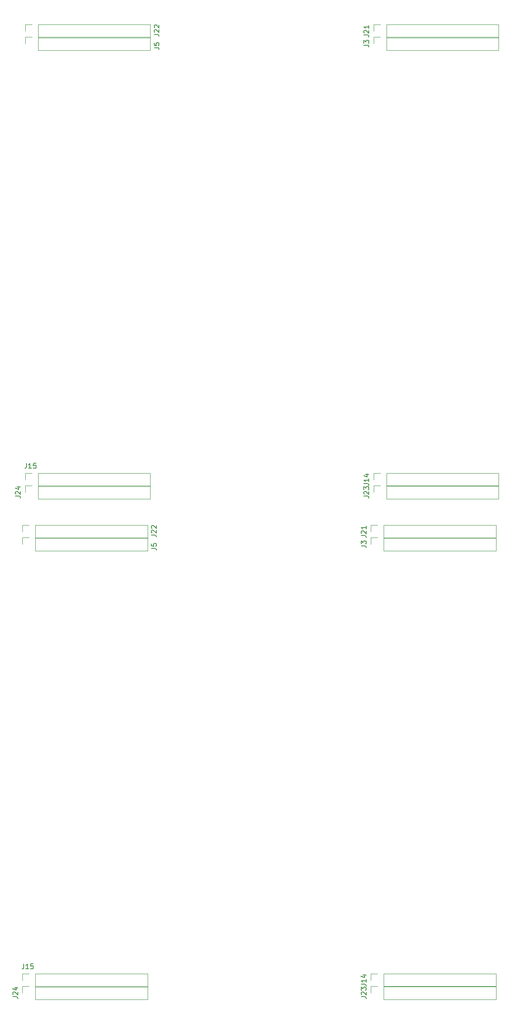
<source format=gbr>
%TF.GenerationSoftware,KiCad,Pcbnew,6.0.7-f9a2dced07~116~ubuntu20.04.1*%
%TF.CreationDate,2022-11-23T13:07:14+01:00*%
%TF.ProjectId,board,626f6172-642e-46b6-9963-61645f706362,rev?*%
%TF.SameCoordinates,Original*%
%TF.FileFunction,Legend,Top*%
%TF.FilePolarity,Positive*%
%FSLAX46Y46*%
G04 Gerber Fmt 4.6, Leading zero omitted, Abs format (unit mm)*
G04 Created by KiCad (PCBNEW 6.0.7-f9a2dced07~116~ubuntu20.04.1) date 2022-11-23 13:07:14*
%MOMM*%
%LPD*%
G01*
G04 APERTURE LIST*
%ADD10C,0.150000*%
%ADD11C,0.120000*%
G04 APERTURE END LIST*
D10*
%TO.C,J24*%
X257592380Y-123315523D02*
X258306666Y-123315523D01*
X258449523Y-123363142D01*
X258544761Y-123458380D01*
X258592380Y-123601238D01*
X258592380Y-123696476D01*
X257687619Y-122886952D02*
X257640000Y-122839333D01*
X257592380Y-122744095D01*
X257592380Y-122506000D01*
X257640000Y-122410761D01*
X257687619Y-122363142D01*
X257782857Y-122315523D01*
X257878095Y-122315523D01*
X258020952Y-122363142D01*
X258592380Y-122934571D01*
X258592380Y-122315523D01*
X257925714Y-121458380D02*
X258592380Y-121458380D01*
X257544761Y-121696476D02*
X258259047Y-121934571D01*
X258259047Y-121315523D01*
%TO.C,J22*%
X285329380Y-131238523D02*
X286043666Y-131238523D01*
X286186523Y-131286142D01*
X286281761Y-131381380D01*
X286329380Y-131524238D01*
X286329380Y-131619476D01*
X285424619Y-130809952D02*
X285377000Y-130762333D01*
X285329380Y-130667095D01*
X285329380Y-130429000D01*
X285377000Y-130333761D01*
X285424619Y-130286142D01*
X285519857Y-130238523D01*
X285615095Y-130238523D01*
X285757952Y-130286142D01*
X286329380Y-130857571D01*
X286329380Y-130238523D01*
X285424619Y-129857571D02*
X285377000Y-129809952D01*
X285329380Y-129714714D01*
X285329380Y-129476619D01*
X285377000Y-129381380D01*
X285424619Y-129333761D01*
X285519857Y-129286142D01*
X285615095Y-129286142D01*
X285757952Y-129333761D01*
X286329380Y-129905190D01*
X286329380Y-129286142D01*
%TO.C,J23*%
X328712380Y-123315523D02*
X329426666Y-123315523D01*
X329569523Y-123363142D01*
X329664761Y-123458380D01*
X329712380Y-123601238D01*
X329712380Y-123696476D01*
X328807619Y-122886952D02*
X328760000Y-122839333D01*
X328712380Y-122744095D01*
X328712380Y-122506000D01*
X328760000Y-122410761D01*
X328807619Y-122363142D01*
X328902857Y-122315523D01*
X328998095Y-122315523D01*
X329140952Y-122363142D01*
X329712380Y-122934571D01*
X329712380Y-122315523D01*
X328712380Y-121982190D02*
X328712380Y-121363142D01*
X329093333Y-121696476D01*
X329093333Y-121553619D01*
X329140952Y-121458380D01*
X329188571Y-121410761D01*
X329283809Y-121363142D01*
X329521904Y-121363142D01*
X329617142Y-121410761D01*
X329664761Y-121458380D01*
X329712380Y-121553619D01*
X329712380Y-121839333D01*
X329664761Y-121934571D01*
X329617142Y-121982190D01*
%TO.C,J21*%
X328712380Y-29335523D02*
X329426666Y-29335523D01*
X329569523Y-29383142D01*
X329664761Y-29478380D01*
X329712380Y-29621238D01*
X329712380Y-29716476D01*
X328807619Y-28906952D02*
X328760000Y-28859333D01*
X328712380Y-28764095D01*
X328712380Y-28526000D01*
X328760000Y-28430761D01*
X328807619Y-28383142D01*
X328902857Y-28335523D01*
X328998095Y-28335523D01*
X329140952Y-28383142D01*
X329712380Y-28954571D01*
X329712380Y-28335523D01*
X329712380Y-27383142D02*
X329712380Y-27954571D01*
X329712380Y-27668857D02*
X328712380Y-27668857D01*
X328855238Y-27764095D01*
X328950476Y-27859333D01*
X328998095Y-27954571D01*
%TO.C,J23*%
X328152380Y-225345523D02*
X328866666Y-225345523D01*
X329009523Y-225393142D01*
X329104761Y-225488380D01*
X329152380Y-225631238D01*
X329152380Y-225726476D01*
X328247619Y-224916952D02*
X328200000Y-224869333D01*
X328152380Y-224774095D01*
X328152380Y-224536000D01*
X328200000Y-224440761D01*
X328247619Y-224393142D01*
X328342857Y-224345523D01*
X328438095Y-224345523D01*
X328580952Y-224393142D01*
X329152380Y-224964571D01*
X329152380Y-224345523D01*
X328152380Y-224012190D02*
X328152380Y-223393142D01*
X328533333Y-223726476D01*
X328533333Y-223583619D01*
X328580952Y-223488380D01*
X328628571Y-223440761D01*
X328723809Y-223393142D01*
X328961904Y-223393142D01*
X329057142Y-223440761D01*
X329104761Y-223488380D01*
X329152380Y-223583619D01*
X329152380Y-223869333D01*
X329104761Y-223964571D01*
X329057142Y-224012190D01*
%TO.C,J3*%
X328712380Y-31399333D02*
X329426666Y-31399333D01*
X329569523Y-31446952D01*
X329664761Y-31542190D01*
X329712380Y-31685047D01*
X329712380Y-31780285D01*
X328712380Y-31018380D02*
X328712380Y-30399333D01*
X329093333Y-30732666D01*
X329093333Y-30589809D01*
X329140952Y-30494571D01*
X329188571Y-30446952D01*
X329283809Y-30399333D01*
X329521904Y-30399333D01*
X329617142Y-30446952D01*
X329664761Y-30494571D01*
X329712380Y-30589809D01*
X329712380Y-30875523D01*
X329664761Y-30970761D01*
X329617142Y-31018380D01*
%TO.C,J24*%
X257032380Y-225345523D02*
X257746666Y-225345523D01*
X257889523Y-225393142D01*
X257984761Y-225488380D01*
X258032380Y-225631238D01*
X258032380Y-225726476D01*
X257127619Y-224916952D02*
X257080000Y-224869333D01*
X257032380Y-224774095D01*
X257032380Y-224536000D01*
X257080000Y-224440761D01*
X257127619Y-224393142D01*
X257222857Y-224345523D01*
X257318095Y-224345523D01*
X257460952Y-224393142D01*
X258032380Y-224964571D01*
X258032380Y-224345523D01*
X257365714Y-223488380D02*
X258032380Y-223488380D01*
X256984761Y-223726476D02*
X257699047Y-223964571D01*
X257699047Y-223345523D01*
%TO.C,J15*%
X259846476Y-116624380D02*
X259846476Y-117338666D01*
X259798857Y-117481523D01*
X259703619Y-117576761D01*
X259560761Y-117624380D01*
X259465523Y-117624380D01*
X260846476Y-117624380D02*
X260275047Y-117624380D01*
X260560761Y-117624380D02*
X260560761Y-116624380D01*
X260465523Y-116767238D01*
X260370285Y-116862476D01*
X260275047Y-116910095D01*
X261751238Y-116624380D02*
X261275047Y-116624380D01*
X261227428Y-117100571D01*
X261275047Y-117052952D01*
X261370285Y-117005333D01*
X261608380Y-117005333D01*
X261703619Y-117052952D01*
X261751238Y-117100571D01*
X261798857Y-117195809D01*
X261798857Y-117433904D01*
X261751238Y-117529142D01*
X261703619Y-117576761D01*
X261608380Y-117624380D01*
X261370285Y-117624380D01*
X261275047Y-117576761D01*
X261227428Y-117529142D01*
%TO.C,J5*%
X285889380Y-31907333D02*
X286603666Y-31907333D01*
X286746523Y-31954952D01*
X286841761Y-32050190D01*
X286889380Y-32193047D01*
X286889380Y-32288285D01*
X285889380Y-30954952D02*
X285889380Y-31431142D01*
X286365571Y-31478761D01*
X286317952Y-31431142D01*
X286270333Y-31335904D01*
X286270333Y-31097809D01*
X286317952Y-31002571D01*
X286365571Y-30954952D01*
X286460809Y-30907333D01*
X286698904Y-30907333D01*
X286794142Y-30954952D01*
X286841761Y-31002571D01*
X286889380Y-31097809D01*
X286889380Y-31335904D01*
X286841761Y-31431142D01*
X286794142Y-31478761D01*
%TO.C,J14*%
X328712380Y-120750523D02*
X329426666Y-120750523D01*
X329569523Y-120798142D01*
X329664761Y-120893380D01*
X329712380Y-121036238D01*
X329712380Y-121131476D01*
X329712380Y-119750523D02*
X329712380Y-120321952D01*
X329712380Y-120036238D02*
X328712380Y-120036238D01*
X328855238Y-120131476D01*
X328950476Y-120226714D01*
X328998095Y-120321952D01*
X329045714Y-118893380D02*
X329712380Y-118893380D01*
X328664761Y-119131476D02*
X329379047Y-119369571D01*
X329379047Y-118750523D01*
%TO.C,J22*%
X285889380Y-29208523D02*
X286603666Y-29208523D01*
X286746523Y-29256142D01*
X286841761Y-29351380D01*
X286889380Y-29494238D01*
X286889380Y-29589476D01*
X285984619Y-28779952D02*
X285937000Y-28732333D01*
X285889380Y-28637095D01*
X285889380Y-28399000D01*
X285937000Y-28303761D01*
X285984619Y-28256142D01*
X286079857Y-28208523D01*
X286175095Y-28208523D01*
X286317952Y-28256142D01*
X286889380Y-28827571D01*
X286889380Y-28208523D01*
X285984619Y-27827571D02*
X285937000Y-27779952D01*
X285889380Y-27684714D01*
X285889380Y-27446619D01*
X285937000Y-27351380D01*
X285984619Y-27303761D01*
X286079857Y-27256142D01*
X286175095Y-27256142D01*
X286317952Y-27303761D01*
X286889380Y-27875190D01*
X286889380Y-27256142D01*
%TO.C,J14*%
X328152380Y-222780523D02*
X328866666Y-222780523D01*
X329009523Y-222828142D01*
X329104761Y-222923380D01*
X329152380Y-223066238D01*
X329152380Y-223161476D01*
X329152380Y-221780523D02*
X329152380Y-222351952D01*
X329152380Y-222066238D02*
X328152380Y-222066238D01*
X328295238Y-222161476D01*
X328390476Y-222256714D01*
X328438095Y-222351952D01*
X328485714Y-220923380D02*
X329152380Y-220923380D01*
X328104761Y-221161476D02*
X328819047Y-221399571D01*
X328819047Y-220780523D01*
%TO.C,J5*%
X285329380Y-133937333D02*
X286043666Y-133937333D01*
X286186523Y-133984952D01*
X286281761Y-134080190D01*
X286329380Y-134223047D01*
X286329380Y-134318285D01*
X285329380Y-132984952D02*
X285329380Y-133461142D01*
X285805571Y-133508761D01*
X285757952Y-133461142D01*
X285710333Y-133365904D01*
X285710333Y-133127809D01*
X285757952Y-133032571D01*
X285805571Y-132984952D01*
X285900809Y-132937333D01*
X286138904Y-132937333D01*
X286234142Y-132984952D01*
X286281761Y-133032571D01*
X286329380Y-133127809D01*
X286329380Y-133365904D01*
X286281761Y-133461142D01*
X286234142Y-133508761D01*
%TO.C,J21*%
X328152380Y-131365523D02*
X328866666Y-131365523D01*
X329009523Y-131413142D01*
X329104761Y-131508380D01*
X329152380Y-131651238D01*
X329152380Y-131746476D01*
X328247619Y-130936952D02*
X328200000Y-130889333D01*
X328152380Y-130794095D01*
X328152380Y-130556000D01*
X328200000Y-130460761D01*
X328247619Y-130413142D01*
X328342857Y-130365523D01*
X328438095Y-130365523D01*
X328580952Y-130413142D01*
X329152380Y-130984571D01*
X329152380Y-130365523D01*
X329152380Y-129413142D02*
X329152380Y-129984571D01*
X329152380Y-129698857D02*
X328152380Y-129698857D01*
X328295238Y-129794095D01*
X328390476Y-129889333D01*
X328438095Y-129984571D01*
%TO.C,J15*%
X259286476Y-218654380D02*
X259286476Y-219368666D01*
X259238857Y-219511523D01*
X259143619Y-219606761D01*
X259000761Y-219654380D01*
X258905523Y-219654380D01*
X260286476Y-219654380D02*
X259715047Y-219654380D01*
X260000761Y-219654380D02*
X260000761Y-218654380D01*
X259905523Y-218797238D01*
X259810285Y-218892476D01*
X259715047Y-218940095D01*
X261191238Y-218654380D02*
X260715047Y-218654380D01*
X260667428Y-219130571D01*
X260715047Y-219082952D01*
X260810285Y-219035333D01*
X261048380Y-219035333D01*
X261143619Y-219082952D01*
X261191238Y-219130571D01*
X261238857Y-219225809D01*
X261238857Y-219463904D01*
X261191238Y-219559142D01*
X261143619Y-219606761D01*
X261048380Y-219654380D01*
X260810285Y-219654380D01*
X260715047Y-219606761D01*
X260667428Y-219559142D01*
%TO.C,J3*%
X328152380Y-133429333D02*
X328866666Y-133429333D01*
X329009523Y-133476952D01*
X329104761Y-133572190D01*
X329152380Y-133715047D01*
X329152380Y-133810285D01*
X328152380Y-133048380D02*
X328152380Y-132429333D01*
X328533333Y-132762666D01*
X328533333Y-132619809D01*
X328580952Y-132524571D01*
X328628571Y-132476952D01*
X328723809Y-132429333D01*
X328961904Y-132429333D01*
X329057142Y-132476952D01*
X329104761Y-132524571D01*
X329152380Y-132619809D01*
X329152380Y-132905523D01*
X329104761Y-133000761D01*
X329057142Y-133048380D01*
D11*
%TO.C,J24*%
X285100000Y-123836000D02*
X285100000Y-121176000D01*
X262180000Y-123836000D02*
X262180000Y-121176000D01*
X262180000Y-123836000D02*
X285100000Y-123836000D01*
X259580000Y-122506000D02*
X259580000Y-121176000D01*
X262180000Y-121176000D02*
X285100000Y-121176000D01*
X259580000Y-121176000D02*
X260910000Y-121176000D01*
%TO.C,J22*%
X284540000Y-131886000D02*
X284540000Y-129226000D01*
X261620000Y-131886000D02*
X261620000Y-129226000D01*
X259020000Y-129226000D02*
X260350000Y-129226000D01*
X261620000Y-131886000D02*
X284540000Y-131886000D01*
X261620000Y-129226000D02*
X284540000Y-129226000D01*
X259020000Y-130556000D02*
X259020000Y-129226000D01*
%TO.C,J23*%
X333300000Y-123836000D02*
X333300000Y-121176000D01*
X330700000Y-121176000D02*
X332030000Y-121176000D01*
X356220000Y-123836000D02*
X356220000Y-121176000D01*
X333300000Y-121176000D02*
X356220000Y-121176000D01*
X333300000Y-123836000D02*
X356220000Y-123836000D01*
X330700000Y-122506000D02*
X330700000Y-121176000D01*
%TO.C,J21*%
X333300000Y-29856000D02*
X356220000Y-29856000D01*
X333300000Y-29856000D02*
X333300000Y-27196000D01*
X330700000Y-27196000D02*
X332030000Y-27196000D01*
X333300000Y-27196000D02*
X356220000Y-27196000D01*
X356220000Y-29856000D02*
X356220000Y-27196000D01*
X330700000Y-28526000D02*
X330700000Y-27196000D01*
%TO.C,J23*%
X330140000Y-224536000D02*
X330140000Y-223206000D01*
X332740000Y-225866000D02*
X355660000Y-225866000D01*
X330140000Y-223206000D02*
X331470000Y-223206000D01*
X355660000Y-225866000D02*
X355660000Y-223206000D01*
X332740000Y-223206000D02*
X355660000Y-223206000D01*
X332740000Y-225866000D02*
X332740000Y-223206000D01*
%TO.C,J3*%
X356220000Y-32396000D02*
X356220000Y-29736000D01*
X333300000Y-32396000D02*
X333300000Y-29736000D01*
X333300000Y-32396000D02*
X356220000Y-32396000D01*
X330700000Y-29736000D02*
X332030000Y-29736000D01*
X333300000Y-29736000D02*
X356220000Y-29736000D01*
X330700000Y-31066000D02*
X330700000Y-29736000D01*
%TO.C,J24*%
X261620000Y-225866000D02*
X284540000Y-225866000D01*
X284540000Y-225866000D02*
X284540000Y-223206000D01*
X261620000Y-223206000D02*
X284540000Y-223206000D01*
X261620000Y-225866000D02*
X261620000Y-223206000D01*
X259020000Y-224536000D02*
X259020000Y-223206000D01*
X259020000Y-223206000D02*
X260350000Y-223206000D01*
%TO.C,J15*%
X285100000Y-121296000D02*
X285100000Y-118636000D01*
X259580000Y-118636000D02*
X260910000Y-118636000D01*
X259580000Y-119966000D02*
X259580000Y-118636000D01*
X262180000Y-118636000D02*
X285100000Y-118636000D01*
X262180000Y-121296000D02*
X285100000Y-121296000D01*
X262180000Y-121296000D02*
X262180000Y-118636000D01*
%TO.C,J5*%
X262180000Y-32396000D02*
X285100000Y-32396000D01*
X259580000Y-29736000D02*
X260910000Y-29736000D01*
X262180000Y-32396000D02*
X262180000Y-29736000D01*
X262180000Y-29736000D02*
X285100000Y-29736000D01*
X285100000Y-32396000D02*
X285100000Y-29736000D01*
X259580000Y-31066000D02*
X259580000Y-29736000D01*
%TO.C,J14*%
X356220000Y-121271000D02*
X356220000Y-118611000D01*
X333300000Y-121271000D02*
X356220000Y-121271000D01*
X330700000Y-118611000D02*
X332030000Y-118611000D01*
X333300000Y-121271000D02*
X333300000Y-118611000D01*
X330700000Y-119941000D02*
X330700000Y-118611000D01*
X333300000Y-118611000D02*
X356220000Y-118611000D01*
%TO.C,J22*%
X259580000Y-28526000D02*
X259580000Y-27196000D01*
X259580000Y-27196000D02*
X260910000Y-27196000D01*
X262180000Y-29856000D02*
X285100000Y-29856000D01*
X285100000Y-29856000D02*
X285100000Y-27196000D01*
X262180000Y-29856000D02*
X262180000Y-27196000D01*
X262180000Y-27196000D02*
X285100000Y-27196000D01*
%TO.C,J14*%
X332740000Y-223301000D02*
X332740000Y-220641000D01*
X332740000Y-220641000D02*
X355660000Y-220641000D01*
X330140000Y-220641000D02*
X331470000Y-220641000D01*
X355660000Y-223301000D02*
X355660000Y-220641000D01*
X332740000Y-223301000D02*
X355660000Y-223301000D01*
X330140000Y-221971000D02*
X330140000Y-220641000D01*
%TO.C,J5*%
X284540000Y-134426000D02*
X284540000Y-131766000D01*
X261620000Y-131766000D02*
X284540000Y-131766000D01*
X261620000Y-134426000D02*
X284540000Y-134426000D01*
X259020000Y-133096000D02*
X259020000Y-131766000D01*
X259020000Y-131766000D02*
X260350000Y-131766000D01*
X261620000Y-134426000D02*
X261620000Y-131766000D01*
%TO.C,J21*%
X332740000Y-131886000D02*
X355660000Y-131886000D01*
X332740000Y-131886000D02*
X332740000Y-129226000D01*
X330140000Y-129226000D02*
X331470000Y-129226000D01*
X330140000Y-130556000D02*
X330140000Y-129226000D01*
X355660000Y-131886000D02*
X355660000Y-129226000D01*
X332740000Y-129226000D02*
X355660000Y-129226000D01*
%TO.C,J15*%
X259020000Y-221996000D02*
X259020000Y-220666000D01*
X261620000Y-220666000D02*
X284540000Y-220666000D01*
X284540000Y-223326000D02*
X284540000Y-220666000D01*
X261620000Y-223326000D02*
X261620000Y-220666000D01*
X261620000Y-223326000D02*
X284540000Y-223326000D01*
X259020000Y-220666000D02*
X260350000Y-220666000D01*
%TO.C,J3*%
X332740000Y-131766000D02*
X355660000Y-131766000D01*
X330140000Y-133096000D02*
X330140000Y-131766000D01*
X355660000Y-134426000D02*
X355660000Y-131766000D01*
X332740000Y-134426000D02*
X332740000Y-131766000D01*
X330140000Y-131766000D02*
X331470000Y-131766000D01*
X332740000Y-134426000D02*
X355660000Y-134426000D01*
%TD*%
M02*

</source>
